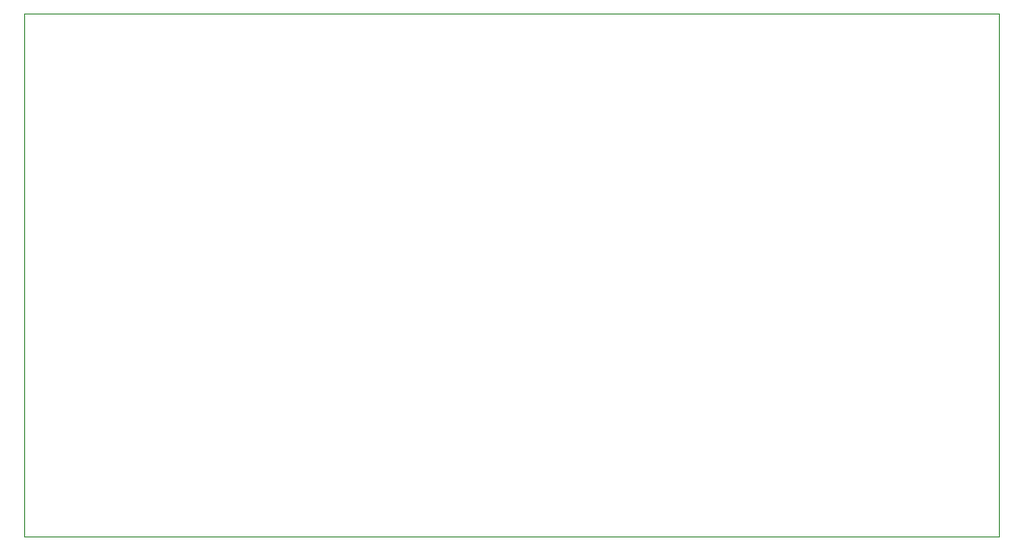
<source format=gbr>
G04*
G04 #@! TF.GenerationSoftware,Altium Limited,Altium Designer,22.4.2 (48)*
G04*
G04 Layer_Color=0*
%FSLAX25Y25*%
%MOIN*%
G70*
G04*
G04 #@! TF.SameCoordinates,6C7EA4D3-1DBA-4452-8A60-7FA1E15C8F26*
G04*
G04*
G04 #@! TF.FilePolarity,Positive*
G04*
G01*
G75*
%ADD21C,0.00100*%
D21*
X100000Y100000D02*
X436000D01*
Y280500D01*
X100000D01*
Y100000D01*
M02*

</source>
